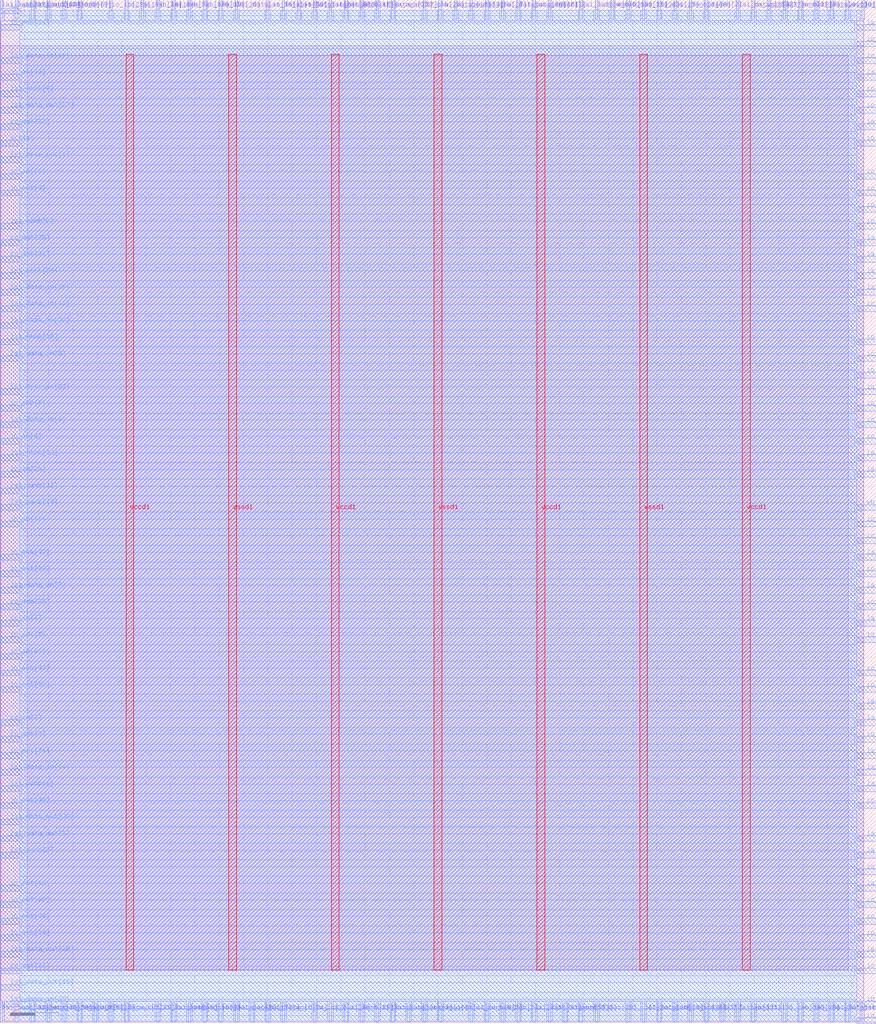
<source format=lef>
VERSION 5.7 ;
  NOWIREEXTENSIONATPIN ON ;
  DIVIDERCHAR "/" ;
  BUSBITCHARS "[]" ;
MACRO wrapped_rgb_mixer
  CLASS BLOCK ;
  FOREIGN wrapped_rgb_mixer ;
  ORIGIN 0.000 0.000 ;
  SIZE 180.000 BY 210.000 ;
  PIN active
    DIRECTION INPUT ;
    USE SIGNAL ;
    PORT
      LAYER met3 ;
        RECT 0.000 179.940 4.000 181.140 ;
    END
  END active
  PIN io_in[0]
    DIRECTION INPUT ;
    USE SIGNAL ;
    PORT
      LAYER met2 ;
        RECT 57.910 0.000 58.470 4.000 ;
    END
  END io_in[0]
  PIN io_in[10]
    DIRECTION INPUT ;
    USE SIGNAL ;
    PORT
      LAYER met2 ;
        RECT 93.330 206.000 93.890 210.000 ;
    END
  END io_in[10]
  PIN io_in[11]
    DIRECTION INPUT ;
    USE SIGNAL ;
    PORT
      LAYER met3 ;
        RECT 0.000 193.540 4.000 194.740 ;
    END
  END io_in[11]
  PIN io_in[12]
    DIRECTION INPUT ;
    USE SIGNAL ;
    PORT
      LAYER met3 ;
        RECT 176.000 179.940 180.000 181.140 ;
    END
  END io_in[12]
  PIN io_in[13]
    DIRECTION INPUT ;
    USE SIGNAL ;
    PORT
      LAYER met2 ;
        RECT 90.110 0.000 90.670 4.000 ;
    END
  END io_in[13]
  PIN io_in[14]
    DIRECTION INPUT ;
    USE SIGNAL ;
    PORT
      LAYER met2 ;
        RECT 57.910 206.000 58.470 210.000 ;
    END
  END io_in[14]
  PIN io_in[15]
    DIRECTION INPUT ;
    USE SIGNAL ;
    PORT
      LAYER met3 ;
        RECT 176.000 186.740 180.000 187.940 ;
    END
  END io_in[15]
  PIN io_in[16]
    DIRECTION INPUT ;
    USE SIGNAL ;
    PORT
      LAYER met3 ;
        RECT 176.000 30.340 180.000 31.540 ;
    END
  END io_in[16]
  PIN io_in[17]
    DIRECTION INPUT ;
    USE SIGNAL ;
    PORT
      LAYER met2 ;
        RECT 25.710 206.000 26.270 210.000 ;
    END
  END io_in[17]
  PIN io_in[18]
    DIRECTION INPUT ;
    USE SIGNAL ;
    PORT
      LAYER met2 ;
        RECT 32.150 206.000 32.710 210.000 ;
    END
  END io_in[18]
  PIN io_in[19]
    DIRECTION INPUT ;
    USE SIGNAL ;
    PORT
      LAYER met2 ;
        RECT 167.390 0.000 167.950 4.000 ;
    END
  END io_in[19]
  PIN io_in[1]
    DIRECTION INPUT ;
    USE SIGNAL ;
    PORT
      LAYER met3 ;
        RECT 0.000 60.940 4.000 62.140 ;
    END
  END io_in[1]
  PIN io_in[20]
    DIRECTION INPUT ;
    USE SIGNAL ;
    PORT
      LAYER met3 ;
        RECT 0.000 111.940 4.000 113.140 ;
    END
  END io_in[20]
  PIN io_in[21]
    DIRECTION INPUT ;
    USE SIGNAL ;
    PORT
      LAYER met3 ;
        RECT 0.000 74.540 4.000 75.740 ;
    END
  END io_in[21]
  PIN io_in[22]
    DIRECTION INPUT ;
    USE SIGNAL ;
    PORT
      LAYER met3 ;
        RECT 176.000 77.940 180.000 79.140 ;
    END
  END io_in[22]
  PIN io_in[23]
    DIRECTION INPUT ;
    USE SIGNAL ;
    PORT
      LAYER met2 ;
        RECT 22.490 206.000 23.050 210.000 ;
    END
  END io_in[23]
  PIN io_in[24]
    DIRECTION INPUT ;
    USE SIGNAL ;
    PORT
      LAYER met2 ;
        RECT 9.610 206.000 10.170 210.000 ;
    END
  END io_in[24]
  PIN io_in[25]
    DIRECTION INPUT ;
    USE SIGNAL ;
    PORT
      LAYER met2 ;
        RECT 144.850 0.000 145.410 4.000 ;
    END
  END io_in[25]
  PIN io_in[26]
    DIRECTION INPUT ;
    USE SIGNAL ;
    PORT
      LAYER met2 ;
        RECT 141.630 0.000 142.190 4.000 ;
    END
  END io_in[26]
  PIN io_in[27]
    DIRECTION INPUT ;
    USE SIGNAL ;
    PORT
      LAYER met3 ;
        RECT 176.000 57.540 180.000 58.740 ;
    END
  END io_in[27]
  PIN io_in[28]
    DIRECTION INPUT ;
    USE SIGNAL ;
    PORT
      LAYER met2 ;
        RECT 128.750 0.000 129.310 4.000 ;
    END
  END io_in[28]
  PIN io_in[29]
    DIRECTION INPUT ;
    USE SIGNAL ;
    PORT
      LAYER met2 ;
        RECT 177.050 206.000 177.610 210.000 ;
    END
  END io_in[29]
  PIN io_in[2]
    DIRECTION INPUT ;
    USE SIGNAL ;
    PORT
      LAYER met2 ;
        RECT 64.350 0.000 64.910 4.000 ;
    END
  END io_in[2]
  PIN io_in[30]
    DIRECTION INPUT ;
    USE SIGNAL ;
    PORT
      LAYER met3 ;
        RECT 176.000 91.540 180.000 92.740 ;
    END
  END io_in[30]
  PIN io_in[31]
    DIRECTION INPUT ;
    USE SIGNAL ;
    PORT
      LAYER met3 ;
        RECT 0.000 173.140 4.000 174.340 ;
    END
  END io_in[31]
  PIN io_in[32]
    DIRECTION INPUT ;
    USE SIGNAL ;
    PORT
      LAYER met2 ;
        RECT 119.090 0.000 119.650 4.000 ;
    END
  END io_in[32]
  PIN io_in[33]
    DIRECTION INPUT ;
    USE SIGNAL ;
    PORT
      LAYER met3 ;
        RECT 0.000 101.740 4.000 102.940 ;
    END
  END io_in[33]
  PIN io_in[34]
    DIRECTION INPUT ;
    USE SIGNAL ;
    PORT
      LAYER met2 ;
        RECT 131.970 206.000 132.530 210.000 ;
    END
  END io_in[34]
  PIN io_in[35]
    DIRECTION INPUT ;
    USE SIGNAL ;
    PORT
      LAYER met2 ;
        RECT 154.510 206.000 155.070 210.000 ;
    END
  END io_in[35]
  PIN io_in[36]
    DIRECTION INPUT ;
    USE SIGNAL ;
    PORT
      LAYER met3 ;
        RECT 176.000 135.740 180.000 136.940 ;
    END
  END io_in[36]
  PIN io_in[37]
    DIRECTION INPUT ;
    USE SIGNAL ;
    PORT
      LAYER met2 ;
        RECT 157.730 206.000 158.290 210.000 ;
    END
  END io_in[37]
  PIN io_in[3]
    DIRECTION INPUT ;
    USE SIGNAL ;
    PORT
      LAYER met2 ;
        RECT 96.550 206.000 97.110 210.000 ;
    END
  END io_in[3]
  PIN io_in[4]
    DIRECTION INPUT ;
    USE SIGNAL ;
    PORT
      LAYER met3 ;
        RECT 176.000 132.340 180.000 133.540 ;
    END
  END io_in[4]
  PIN io_in[5]
    DIRECTION INPUT ;
    USE SIGNAL ;
    PORT
      LAYER met3 ;
        RECT 176.000 200.340 180.000 201.540 ;
    END
  END io_in[5]
  PIN io_in[6]
    DIRECTION INPUT ;
    USE SIGNAL ;
    PORT
      LAYER met3 ;
        RECT 0.000 118.740 4.000 119.940 ;
    END
  END io_in[6]
  PIN io_in[7]
    DIRECTION INPUT ;
    USE SIGNAL ;
    PORT
      LAYER met3 ;
        RECT 0.000 81.340 4.000 82.540 ;
    END
  END io_in[7]
  PIN io_in[8]
    DIRECTION INPUT ;
    USE SIGNAL ;
    PORT
      LAYER met3 ;
        RECT 176.000 145.940 180.000 147.140 ;
    END
  END io_in[8]
  PIN io_in[9]
    DIRECTION INPUT ;
    USE SIGNAL ;
    PORT
      LAYER met2 ;
        RECT 16.050 206.000 16.610 210.000 ;
    END
  END io_in[9]
  PIN io_oeb[0]
    DIRECTION OUTPUT TRISTATE ;
    USE SIGNAL ;
    PORT
      LAYER met2 ;
        RECT 102.990 0.000 103.550 4.000 ;
    END
  END io_oeb[0]
  PIN io_oeb[10]
    DIRECTION OUTPUT TRISTATE ;
    USE SIGNAL ;
    PORT
      LAYER met3 ;
        RECT 0.000 67.740 4.000 68.940 ;
    END
  END io_oeb[10]
  PIN io_oeb[11]
    DIRECTION OUTPUT TRISTATE ;
    USE SIGNAL ;
    PORT
      LAYER met3 ;
        RECT 176.000 125.540 180.000 126.740 ;
    END
  END io_oeb[11]
  PIN io_oeb[12]
    DIRECTION OUTPUT TRISTATE ;
    USE SIGNAL ;
    PORT
      LAYER met3 ;
        RECT 176.000 71.140 180.000 72.340 ;
    END
  END io_oeb[12]
  PIN io_oeb[13]
    DIRECTION OUTPUT TRISTATE ;
    USE SIGNAL ;
    PORT
      LAYER met3 ;
        RECT 176.000 67.740 180.000 68.940 ;
    END
  END io_oeb[13]
  PIN io_oeb[14]
    DIRECTION OUTPUT TRISTATE ;
    USE SIGNAL ;
    PORT
      LAYER met3 ;
        RECT 0.000 16.740 4.000 17.940 ;
    END
  END io_oeb[14]
  PIN io_oeb[15]
    DIRECTION OUTPUT TRISTATE ;
    USE SIGNAL ;
    PORT
      LAYER met2 ;
        RECT 38.590 206.000 39.150 210.000 ;
    END
  END io_oeb[15]
  PIN io_oeb[16]
    DIRECTION OUTPUT TRISTATE ;
    USE SIGNAL ;
    PORT
      LAYER met3 ;
        RECT 176.000 23.540 180.000 24.740 ;
    END
  END io_oeb[16]
  PIN io_oeb[17]
    DIRECTION OUTPUT TRISTATE ;
    USE SIGNAL ;
    PORT
      LAYER met2 ;
        RECT 51.470 0.000 52.030 4.000 ;
    END
  END io_oeb[17]
  PIN io_oeb[18]
    DIRECTION OUTPUT TRISTATE ;
    USE SIGNAL ;
    PORT
      LAYER met2 ;
        RECT 125.530 206.000 126.090 210.000 ;
    END
  END io_oeb[18]
  PIN io_oeb[19]
    DIRECTION OUTPUT TRISTATE ;
    USE SIGNAL ;
    PORT
      LAYER met2 ;
        RECT 41.810 206.000 42.370 210.000 ;
    END
  END io_oeb[19]
  PIN io_oeb[1]
    DIRECTION OUTPUT TRISTATE ;
    USE SIGNAL ;
    PORT
      LAYER met2 ;
        RECT 151.290 0.000 151.850 4.000 ;
    END
  END io_oeb[1]
  PIN io_oeb[20]
    DIRECTION OUTPUT TRISTATE ;
    USE SIGNAL ;
    PORT
      LAYER met3 ;
        RECT 176.000 98.340 180.000 99.540 ;
    END
  END io_oeb[20]
  PIN io_oeb[21]
    DIRECTION OUTPUT TRISTATE ;
    USE SIGNAL ;
    PORT
      LAYER met3 ;
        RECT 0.000 203.740 4.000 204.940 ;
    END
  END io_oeb[21]
  PIN io_oeb[22]
    DIRECTION OUTPUT TRISTATE ;
    USE SIGNAL ;
    PORT
      LAYER met2 ;
        RECT 19.270 0.000 19.830 4.000 ;
    END
  END io_oeb[22]
  PIN io_oeb[23]
    DIRECTION OUTPUT TRISTATE ;
    USE SIGNAL ;
    PORT
      LAYER met2 ;
        RECT 80.450 206.000 81.010 210.000 ;
    END
  END io_oeb[23]
  PIN io_oeb[24]
    DIRECTION OUTPUT TRISTATE ;
    USE SIGNAL ;
    PORT
      LAYER met2 ;
        RECT 86.890 206.000 87.450 210.000 ;
    END
  END io_oeb[24]
  PIN io_oeb[25]
    DIRECTION OUTPUT TRISTATE ;
    USE SIGNAL ;
    PORT
      LAYER met3 ;
        RECT 176.000 3.140 180.000 4.340 ;
    END
  END io_oeb[25]
  PIN io_oeb[26]
    DIRECTION OUTPUT TRISTATE ;
    USE SIGNAL ;
    PORT
      LAYER met3 ;
        RECT 176.000 166.340 180.000 167.540 ;
    END
  END io_oeb[26]
  PIN io_oeb[27]
    DIRECTION OUTPUT TRISTATE ;
    USE SIGNAL ;
    PORT
      LAYER met2 ;
        RECT 99.770 206.000 100.330 210.000 ;
    END
  END io_oeb[27]
  PIN io_oeb[28]
    DIRECTION OUTPUT TRISTATE ;
    USE SIGNAL ;
    PORT
      LAYER met2 ;
        RECT 164.170 0.000 164.730 4.000 ;
    END
  END io_oeb[28]
  PIN io_oeb[29]
    DIRECTION OUTPUT TRISTATE ;
    USE SIGNAL ;
    PORT
      LAYER met3 ;
        RECT 176.000 139.140 180.000 140.340 ;
    END
  END io_oeb[29]
  PIN io_oeb[2]
    DIRECTION OUTPUT TRISTATE ;
    USE SIGNAL ;
    PORT
      LAYER met2 ;
        RECT 144.850 206.000 145.410 210.000 ;
    END
  END io_oeb[2]
  PIN io_oeb[30]
    DIRECTION OUTPUT TRISTATE ;
    USE SIGNAL ;
    PORT
      LAYER met3 ;
        RECT 0.000 207.140 4.000 208.340 ;
    END
  END io_oeb[30]
  PIN io_oeb[31]
    DIRECTION OUTPUT TRISTATE ;
    USE SIGNAL ;
    PORT
      LAYER met2 ;
        RECT 160.950 0.000 161.510 4.000 ;
    END
  END io_oeb[31]
  PIN io_oeb[32]
    DIRECTION OUTPUT TRISTATE ;
    USE SIGNAL ;
    PORT
      LAYER met3 ;
        RECT 0.000 94.940 4.000 96.140 ;
    END
  END io_oeb[32]
  PIN io_oeb[33]
    DIRECTION OUTPUT TRISTATE ;
    USE SIGNAL ;
    PORT
      LAYER met3 ;
        RECT 176.000 9.940 180.000 11.140 ;
    END
  END io_oeb[33]
  PIN io_oeb[34]
    DIRECTION OUTPUT TRISTATE ;
    USE SIGNAL ;
    PORT
      LAYER met2 ;
        RECT 28.930 206.000 29.490 210.000 ;
    END
  END io_oeb[34]
  PIN io_oeb[35]
    DIRECTION OUTPUT TRISTATE ;
    USE SIGNAL ;
    PORT
      LAYER met3 ;
        RECT 0.000 84.740 4.000 85.940 ;
    END
  END io_oeb[35]
  PIN io_oeb[36]
    DIRECTION OUTPUT TRISTATE ;
    USE SIGNAL ;
    PORT
      LAYER met3 ;
        RECT 0.000 43.940 4.000 45.140 ;
    END
  END io_oeb[36]
  PIN io_oeb[37]
    DIRECTION OUTPUT TRISTATE ;
    USE SIGNAL ;
    PORT
      LAYER met3 ;
        RECT 0.000 71.140 4.000 72.340 ;
    END
  END io_oeb[37]
  PIN io_oeb[3]
    DIRECTION OUTPUT TRISTATE ;
    USE SIGNAL ;
    PORT
      LAYER met2 ;
        RECT 99.770 0.000 100.330 4.000 ;
    END
  END io_oeb[3]
  PIN io_oeb[4]
    DIRECTION OUTPUT TRISTATE ;
    USE SIGNAL ;
    PORT
      LAYER met3 ;
        RECT 176.000 16.740 180.000 17.940 ;
    END
  END io_oeb[4]
  PIN io_oeb[5]
    DIRECTION OUTPUT TRISTATE ;
    USE SIGNAL ;
    PORT
      LAYER met3 ;
        RECT 0.000 125.540 4.000 126.740 ;
    END
  END io_oeb[5]
  PIN io_oeb[6]
    DIRECTION OUTPUT TRISTATE ;
    USE SIGNAL ;
    PORT
      LAYER met3 ;
        RECT 176.000 84.740 180.000 85.940 ;
    END
  END io_oeb[6]
  PIN io_oeb[7]
    DIRECTION OUTPUT TRISTATE ;
    USE SIGNAL ;
    PORT
      LAYER met2 ;
        RECT 35.370 206.000 35.930 210.000 ;
    END
  END io_oeb[7]
  PIN io_oeb[8]
    DIRECTION OUTPUT TRISTATE ;
    USE SIGNAL ;
    PORT
      LAYER met2 ;
        RECT 16.050 0.000 16.610 4.000 ;
    END
  END io_oeb[8]
  PIN io_oeb[9]
    DIRECTION OUTPUT TRISTATE ;
    USE SIGNAL ;
    PORT
      LAYER met2 ;
        RECT 41.810 0.000 42.370 4.000 ;
    END
  END io_oeb[9]
  PIN io_out[0]
    DIRECTION OUTPUT TRISTATE ;
    USE SIGNAL ;
    PORT
      LAYER met3 ;
        RECT 176.000 196.940 180.000 198.140 ;
    END
  END io_out[0]
  PIN io_out[10]
    DIRECTION OUTPUT TRISTATE ;
    USE SIGNAL ;
    PORT
      LAYER met3 ;
        RECT 176.000 122.140 180.000 123.340 ;
    END
  END io_out[10]
  PIN io_out[11]
    DIRECTION OUTPUT TRISTATE ;
    USE SIGNAL ;
    PORT
      LAYER met3 ;
        RECT 0.000 9.940 4.000 11.140 ;
    END
  END io_out[11]
  PIN io_out[12]
    DIRECTION OUTPUT TRISTATE ;
    USE SIGNAL ;
    PORT
      LAYER met3 ;
        RECT 0.000 26.940 4.000 28.140 ;
    END
  END io_out[12]
  PIN io_out[13]
    DIRECTION OUTPUT TRISTATE ;
    USE SIGNAL ;
    PORT
      LAYER met2 ;
        RECT 154.510 0.000 155.070 4.000 ;
    END
  END io_out[13]
  PIN io_out[14]
    DIRECTION OUTPUT TRISTATE ;
    USE SIGNAL ;
    PORT
      LAYER met3 ;
        RECT 176.000 169.740 180.000 170.940 ;
    END
  END io_out[14]
  PIN io_out[15]
    DIRECTION OUTPUT TRISTATE ;
    USE SIGNAL ;
    PORT
      LAYER met3 ;
        RECT 0.000 159.540 4.000 160.740 ;
    END
  END io_out[15]
  PIN io_out[16]
    DIRECTION OUTPUT TRISTATE ;
    USE SIGNAL ;
    PORT
      LAYER met3 ;
        RECT 176.000 118.740 180.000 119.940 ;
    END
  END io_out[16]
  PIN io_out[17]
    DIRECTION OUTPUT TRISTATE ;
    USE SIGNAL ;
    PORT
      LAYER met2 ;
        RECT 164.170 206.000 164.730 210.000 ;
    END
  END io_out[17]
  PIN io_out[18]
    DIRECTION OUTPUT TRISTATE ;
    USE SIGNAL ;
    PORT
      LAYER met3 ;
        RECT 176.000 -0.260 180.000 0.940 ;
    END
  END io_out[18]
  PIN io_out[19]
    DIRECTION OUTPUT TRISTATE ;
    USE SIGNAL ;
    PORT
      LAYER met3 ;
        RECT 0.000 91.540 4.000 92.740 ;
    END
  END io_out[19]
  PIN io_out[1]
    DIRECTION OUTPUT TRISTATE ;
    USE SIGNAL ;
    PORT
      LAYER met2 ;
        RECT 112.650 206.000 113.210 210.000 ;
    END
  END io_out[1]
  PIN io_out[20]
    DIRECTION OUTPUT TRISTATE ;
    USE SIGNAL ;
    PORT
      LAYER met2 ;
        RECT 141.630 206.000 142.190 210.000 ;
    END
  END io_out[20]
  PIN io_out[21]
    DIRECTION OUTPUT TRISTATE ;
    USE SIGNAL ;
    PORT
      LAYER met3 ;
        RECT 0.000 156.140 4.000 157.340 ;
    END
  END io_out[21]
  PIN io_out[22]
    DIRECTION OUTPUT TRISTATE ;
    USE SIGNAL ;
    PORT
      LAYER met2 ;
        RECT 122.310 0.000 122.870 4.000 ;
    END
  END io_out[22]
  PIN io_out[23]
    DIRECTION OUTPUT TRISTATE ;
    USE SIGNAL ;
    PORT
      LAYER met3 ;
        RECT 176.000 101.740 180.000 102.940 ;
    END
  END io_out[23]
  PIN io_out[24]
    DIRECTION OUTPUT TRISTATE ;
    USE SIGNAL ;
    PORT
      LAYER met2 ;
        RECT 106.210 0.000 106.770 4.000 ;
    END
  END io_out[24]
  PIN io_out[25]
    DIRECTION OUTPUT TRISTATE ;
    USE SIGNAL ;
    PORT
      LAYER met2 ;
        RECT 128.750 206.000 129.310 210.000 ;
    END
  END io_out[25]
  PIN io_out[26]
    DIRECTION OUTPUT TRISTATE ;
    USE SIGNAL ;
    PORT
      LAYER met3 ;
        RECT 0.000 20.140 4.000 21.340 ;
    END
  END io_out[26]
  PIN io_out[27]
    DIRECTION OUTPUT TRISTATE ;
    USE SIGNAL ;
    PORT
      LAYER met2 ;
        RECT 135.190 206.000 135.750 210.000 ;
    END
  END io_out[27]
  PIN io_out[28]
    DIRECTION OUTPUT TRISTATE ;
    USE SIGNAL ;
    PORT
      LAYER met2 ;
        RECT 67.570 0.000 68.130 4.000 ;
    END
  END io_out[28]
  PIN io_out[29]
    DIRECTION OUTPUT TRISTATE ;
    USE SIGNAL ;
    PORT
      LAYER met3 ;
        RECT 176.000 20.140 180.000 21.340 ;
    END
  END io_out[29]
  PIN io_out[2]
    DIRECTION OUTPUT TRISTATE ;
    USE SIGNAL ;
    PORT
      LAYER met2 ;
        RECT 25.710 0.000 26.270 4.000 ;
    END
  END io_out[2]
  PIN io_out[30]
    DIRECTION OUTPUT TRISTATE ;
    USE SIGNAL ;
    PORT
      LAYER met3 ;
        RECT 0.000 23.540 4.000 24.740 ;
    END
  END io_out[30]
  PIN io_out[31]
    DIRECTION OUTPUT TRISTATE ;
    USE SIGNAL ;
    PORT
      LAYER met3 ;
        RECT 0.000 54.140 4.000 55.340 ;
    END
  END io_out[31]
  PIN io_out[32]
    DIRECTION OUTPUT TRISTATE ;
    USE SIGNAL ;
    PORT
      LAYER met3 ;
        RECT 0.000 183.340 4.000 184.540 ;
    END
  END io_out[32]
  PIN io_out[33]
    DIRECTION OUTPUT TRISTATE ;
    USE SIGNAL ;
    PORT
      LAYER met3 ;
        RECT 176.000 43.940 180.000 45.140 ;
    END
  END io_out[33]
  PIN io_out[34]
    DIRECTION OUTPUT TRISTATE ;
    USE SIGNAL ;
    PORT
      LAYER met3 ;
        RECT 176.000 173.140 180.000 174.340 ;
    END
  END io_out[34]
  PIN io_out[35]
    DIRECTION OUTPUT TRISTATE ;
    USE SIGNAL ;
    PORT
      LAYER met3 ;
        RECT 176.000 162.940 180.000 164.140 ;
    END
  END io_out[35]
  PIN io_out[36]
    DIRECTION OUTPUT TRISTATE ;
    USE SIGNAL ;
    PORT
      LAYER met2 ;
        RECT 45.030 206.000 45.590 210.000 ;
    END
  END io_out[36]
  PIN io_out[37]
    DIRECTION OUTPUT TRISTATE ;
    USE SIGNAL ;
    PORT
      LAYER met3 ;
        RECT 176.000 190.140 180.000 191.340 ;
    END
  END io_out[37]
  PIN io_out[3]
    DIRECTION OUTPUT TRISTATE ;
    USE SIGNAL ;
    PORT
      LAYER met3 ;
        RECT 0.000 169.740 4.000 170.940 ;
    END
  END io_out[3]
  PIN io_out[4]
    DIRECTION OUTPUT TRISTATE ;
    USE SIGNAL ;
    PORT
      LAYER met3 ;
        RECT 176.000 128.940 180.000 130.140 ;
    END
  END io_out[4]
  PIN io_out[5]
    DIRECTION OUTPUT TRISTATE ;
    USE SIGNAL ;
    PORT
      LAYER met2 ;
        RECT 74.010 206.000 74.570 210.000 ;
    END
  END io_out[5]
  PIN io_out[6]
    DIRECTION OUTPUT TRISTATE ;
    USE SIGNAL ;
    PORT
      LAYER met2 ;
        RECT 170.610 206.000 171.170 210.000 ;
    END
  END io_out[6]
  PIN io_out[7]
    DIRECTION OUTPUT TRISTATE ;
    USE SIGNAL ;
    PORT
      LAYER met3 ;
        RECT 0.000 77.940 4.000 79.140 ;
    END
  END io_out[7]
  PIN io_out[8]
    DIRECTION OUTPUT TRISTATE ;
    USE SIGNAL ;
    PORT
      LAYER met2 ;
        RECT 74.010 0.000 74.570 4.000 ;
    END
  END io_out[8]
  PIN io_out[9]
    DIRECTION OUTPUT TRISTATE ;
    USE SIGNAL ;
    PORT
      LAYER met3 ;
        RECT 0.000 57.540 4.000 58.740 ;
    END
  END io_out[9]
  PIN la1_data_in[0]
    DIRECTION INPUT ;
    USE SIGNAL ;
    PORT
      LAYER met3 ;
        RECT 176.000 47.340 180.000 48.540 ;
    END
  END la1_data_in[0]
  PIN la1_data_in[10]
    DIRECTION INPUT ;
    USE SIGNAL ;
    PORT
      LAYER met2 ;
        RECT 83.670 0.000 84.230 4.000 ;
    END
  END la1_data_in[10]
  PIN la1_data_in[11]
    DIRECTION INPUT ;
    USE SIGNAL ;
    PORT
      LAYER met3 ;
        RECT 176.000 37.140 180.000 38.340 ;
    END
  END la1_data_in[11]
  PIN la1_data_in[12]
    DIRECTION INPUT ;
    USE SIGNAL ;
    PORT
      LAYER met3 ;
        RECT 0.000 145.940 4.000 147.140 ;
    END
  END la1_data_in[12]
  PIN la1_data_in[13]
    DIRECTION INPUT ;
    USE SIGNAL ;
    PORT
      LAYER met2 ;
        RECT 131.970 0.000 132.530 4.000 ;
    END
  END la1_data_in[13]
  PIN la1_data_in[14]
    DIRECTION INPUT ;
    USE SIGNAL ;
    PORT
      LAYER met3 ;
        RECT 0.000 50.740 4.000 51.940 ;
    END
  END la1_data_in[14]
  PIN la1_data_in[15]
    DIRECTION INPUT ;
    USE SIGNAL ;
    PORT
      LAYER met2 ;
        RECT 48.250 206.000 48.810 210.000 ;
    END
  END la1_data_in[15]
  PIN la1_data_in[16]
    DIRECTION INPUT ;
    USE SIGNAL ;
    PORT
      LAYER met2 ;
        RECT 106.210 206.000 106.770 210.000 ;
    END
  END la1_data_in[16]
  PIN la1_data_in[17]
    DIRECTION INPUT ;
    USE SIGNAL ;
    PORT
      LAYER met2 ;
        RECT 77.230 206.000 77.790 210.000 ;
    END
  END la1_data_in[17]
  PIN la1_data_in[18]
    DIRECTION INPUT ;
    USE SIGNAL ;
    PORT
      LAYER met2 ;
        RECT 170.610 0.000 171.170 4.000 ;
    END
  END la1_data_in[18]
  PIN la1_data_in[19]
    DIRECTION INPUT ;
    USE SIGNAL ;
    PORT
      LAYER met2 ;
        RECT 54.690 206.000 55.250 210.000 ;
    END
  END la1_data_in[19]
  PIN la1_data_in[1]
    DIRECTION INPUT ;
    USE SIGNAL ;
    PORT
      LAYER met2 ;
        RECT 77.230 0.000 77.790 4.000 ;
    END
  END la1_data_in[1]
  PIN la1_data_in[20]
    DIRECTION INPUT ;
    USE SIGNAL ;
    PORT
      LAYER met3 ;
        RECT 0.000 142.540 4.000 143.740 ;
    END
  END la1_data_in[20]
  PIN la1_data_in[21]
    DIRECTION INPUT ;
    USE SIGNAL ;
    PORT
      LAYER met2 ;
        RECT 173.830 206.000 174.390 210.000 ;
    END
  END la1_data_in[21]
  PIN la1_data_in[22]
    DIRECTION INPUT ;
    USE SIGNAL ;
    PORT
      LAYER met3 ;
        RECT 176.000 50.740 180.000 51.940 ;
    END
  END la1_data_in[22]
  PIN la1_data_in[23]
    DIRECTION INPUT ;
    USE SIGNAL ;
    PORT
      LAYER met3 ;
        RECT 0.000 3.140 4.000 4.340 ;
    END
  END la1_data_in[23]
  PIN la1_data_in[24]
    DIRECTION INPUT ;
    USE SIGNAL ;
    PORT
      LAYER met2 ;
        RECT 54.690 0.000 55.250 4.000 ;
    END
  END la1_data_in[24]
  PIN la1_data_in[25]
    DIRECTION INPUT ;
    USE SIGNAL ;
    PORT
      LAYER met3 ;
        RECT 0.000 149.340 4.000 150.540 ;
    END
  END la1_data_in[25]
  PIN la1_data_in[26]
    DIRECTION INPUT ;
    USE SIGNAL ;
    PORT
      LAYER met3 ;
        RECT 176.000 26.940 180.000 28.140 ;
    END
  END la1_data_in[26]
  PIN la1_data_in[27]
    DIRECTION INPUT ;
    USE SIGNAL ;
    PORT
      LAYER met2 ;
        RECT 112.650 0.000 113.210 4.000 ;
    END
  END la1_data_in[27]
  PIN la1_data_in[28]
    DIRECTION INPUT ;
    USE SIGNAL ;
    PORT
      LAYER met3 ;
        RECT 0.000 128.940 4.000 130.140 ;
    END
  END la1_data_in[28]
  PIN la1_data_in[29]
    DIRECTION INPUT ;
    USE SIGNAL ;
    PORT
      LAYER met3 ;
        RECT 0.000 196.940 4.000 198.140 ;
    END
  END la1_data_in[29]
  PIN la1_data_in[2]
    DIRECTION INPUT ;
    USE SIGNAL ;
    PORT
      LAYER met2 ;
        RECT 45.030 0.000 45.590 4.000 ;
    END
  END la1_data_in[2]
  PIN la1_data_in[30]
    DIRECTION INPUT ;
    USE SIGNAL ;
    PORT
      LAYER met2 ;
        RECT 6.390 0.000 6.950 4.000 ;
    END
  END la1_data_in[30]
  PIN la1_data_in[31]
    DIRECTION INPUT ;
    USE SIGNAL ;
    PORT
      LAYER met2 ;
        RECT 148.070 0.000 148.630 4.000 ;
    END
  END la1_data_in[31]
  PIN la1_data_in[3]
    DIRECTION INPUT ;
    USE SIGNAL ;
    PORT
      LAYER met3 ;
        RECT 0.000 122.140 4.000 123.340 ;
    END
  END la1_data_in[3]
  PIN la1_data_in[4]
    DIRECTION INPUT ;
    USE SIGNAL ;
    PORT
      LAYER met2 ;
        RECT 151.290 206.000 151.850 210.000 ;
    END
  END la1_data_in[4]
  PIN la1_data_in[5]
    DIRECTION INPUT ;
    USE SIGNAL ;
    PORT
      LAYER met3 ;
        RECT 176.000 111.940 180.000 113.140 ;
    END
  END la1_data_in[5]
  PIN la1_data_in[6]
    DIRECTION INPUT ;
    USE SIGNAL ;
    PORT
      LAYER met2 ;
        RECT 61.130 206.000 61.690 210.000 ;
    END
  END la1_data_in[6]
  PIN la1_data_in[7]
    DIRECTION INPUT ;
    USE SIGNAL ;
    PORT
      LAYER met3 ;
        RECT 0.000 88.140 4.000 89.340 ;
    END
  END la1_data_in[7]
  PIN la1_data_in[8]
    DIRECTION INPUT ;
    USE SIGNAL ;
    PORT
      LAYER met2 ;
        RECT 64.350 206.000 64.910 210.000 ;
    END
  END la1_data_in[8]
  PIN la1_data_in[9]
    DIRECTION INPUT ;
    USE SIGNAL ;
    PORT
      LAYER met3 ;
        RECT 0.000 135.740 4.000 136.940 ;
    END
  END la1_data_in[9]
  PIN la1_data_out[0]
    DIRECTION OUTPUT TRISTATE ;
    USE SIGNAL ;
    PORT
      LAYER met2 ;
        RECT 32.150 0.000 32.710 4.000 ;
    END
  END la1_data_out[0]
  PIN la1_data_out[10]
    DIRECTION OUTPUT TRISTATE ;
    USE SIGNAL ;
    PORT
      LAYER met3 ;
        RECT 176.000 60.940 180.000 62.140 ;
    END
  END la1_data_out[10]
  PIN la1_data_out[11]
    DIRECTION OUTPUT TRISTATE ;
    USE SIGNAL ;
    PORT
      LAYER met2 ;
        RECT 86.890 0.000 87.450 4.000 ;
    END
  END la1_data_out[11]
  PIN la1_data_out[12]
    DIRECTION OUTPUT TRISTATE ;
    USE SIGNAL ;
    PORT
      LAYER met3 ;
        RECT 176.000 193.540 180.000 194.740 ;
    END
  END la1_data_out[12]
  PIN la1_data_out[13]
    DIRECTION OUTPUT TRISTATE ;
    USE SIGNAL ;
    PORT
      LAYER met2 ;
        RECT 3.170 206.000 3.730 210.000 ;
    END
  END la1_data_out[13]
  PIN la1_data_out[14]
    DIRECTION OUTPUT TRISTATE ;
    USE SIGNAL ;
    PORT
      LAYER met2 ;
        RECT 90.110 206.000 90.670 210.000 ;
    END
  END la1_data_out[14]
  PIN la1_data_out[15]
    DIRECTION OUTPUT TRISTATE ;
    USE SIGNAL ;
    PORT
      LAYER met3 ;
        RECT 0.000 6.540 4.000 7.740 ;
    END
  END la1_data_out[15]
  PIN la1_data_out[16]
    DIRECTION OUTPUT TRISTATE ;
    USE SIGNAL ;
    PORT
      LAYER met3 ;
        RECT 176.000 81.340 180.000 82.540 ;
    END
  END la1_data_out[16]
  PIN la1_data_out[17]
    DIRECTION OUTPUT TRISTATE ;
    USE SIGNAL ;
    PORT
      LAYER met3 ;
        RECT 176.000 156.140 180.000 157.340 ;
    END
  END la1_data_out[17]
  PIN la1_data_out[18]
    DIRECTION OUTPUT TRISTATE ;
    USE SIGNAL ;
    PORT
      LAYER met2 ;
        RECT 6.390 206.000 6.950 210.000 ;
    END
  END la1_data_out[18]
  PIN la1_data_out[19]
    DIRECTION OUTPUT TRISTATE ;
    USE SIGNAL ;
    PORT
      LAYER met3 ;
        RECT 176.000 115.340 180.000 116.540 ;
    END
  END la1_data_out[19]
  PIN la1_data_out[1]
    DIRECTION OUTPUT TRISTATE ;
    USE SIGNAL ;
    PORT
      LAYER met3 ;
        RECT 0.000 176.540 4.000 177.740 ;
    END
  END la1_data_out[1]
  PIN la1_data_out[20]
    DIRECTION OUTPUT TRISTATE ;
    USE SIGNAL ;
    PORT
      LAYER met3 ;
        RECT 0.000 40.540 4.000 41.740 ;
    END
  END la1_data_out[20]
  PIN la1_data_out[21]
    DIRECTION OUTPUT TRISTATE ;
    USE SIGNAL ;
    PORT
      LAYER met3 ;
        RECT 176.000 183.340 180.000 184.540 ;
    END
  END la1_data_out[21]
  PIN la1_data_out[22]
    DIRECTION OUTPUT TRISTATE ;
    USE SIGNAL ;
    PORT
      LAYER met2 ;
        RECT 102.990 206.000 103.550 210.000 ;
    END
  END la1_data_out[22]
  PIN la1_data_out[23]
    DIRECTION OUTPUT TRISTATE ;
    USE SIGNAL ;
    PORT
      LAYER met2 ;
        RECT 48.250 0.000 48.810 4.000 ;
    END
  END la1_data_out[23]
  PIN la1_data_out[24]
    DIRECTION OUTPUT TRISTATE ;
    USE SIGNAL ;
    PORT
      LAYER met3 ;
        RECT 176.000 88.140 180.000 89.340 ;
    END
  END la1_data_out[24]
  PIN la1_data_out[25]
    DIRECTION OUTPUT TRISTATE ;
    USE SIGNAL ;
    PORT
      LAYER met3 ;
        RECT 0.000 13.340 4.000 14.540 ;
    END
  END la1_data_out[25]
  PIN la1_data_out[26]
    DIRECTION OUTPUT TRISTATE ;
    USE SIGNAL ;
    PORT
      LAYER met3 ;
        RECT 176.000 33.740 180.000 34.940 ;
    END
  END la1_data_out[26]
  PIN la1_data_out[27]
    DIRECTION OUTPUT TRISTATE ;
    USE SIGNAL ;
    PORT
      LAYER met3 ;
        RECT 0.000 186.740 4.000 187.940 ;
    END
  END la1_data_out[27]
  PIN la1_data_out[28]
    DIRECTION OUTPUT TRISTATE ;
    USE SIGNAL ;
    PORT
      LAYER met2 ;
        RECT 173.830 0.000 174.390 4.000 ;
    END
  END la1_data_out[28]
  PIN la1_data_out[29]
    DIRECTION OUTPUT TRISTATE ;
    USE SIGNAL ;
    PORT
      LAYER met2 ;
        RECT 22.490 0.000 23.050 4.000 ;
    END
  END la1_data_out[29]
  PIN la1_data_out[2]
    DIRECTION OUTPUT TRISTATE ;
    USE SIGNAL ;
    PORT
      LAYER met2 ;
        RECT 80.450 0.000 81.010 4.000 ;
    END
  END la1_data_out[2]
  PIN la1_data_out[30]
    DIRECTION OUTPUT TRISTATE ;
    USE SIGNAL ;
    PORT
      LAYER met3 ;
        RECT 176.000 64.340 180.000 65.540 ;
    END
  END la1_data_out[30]
  PIN la1_data_out[31]
    DIRECTION OUTPUT TRISTATE ;
    USE SIGNAL ;
    PORT
      LAYER met3 ;
        RECT 176.000 203.740 180.000 204.940 ;
    END
  END la1_data_out[31]
  PIN la1_data_out[3]
    DIRECTION OUTPUT TRISTATE ;
    USE SIGNAL ;
    PORT
      LAYER met3 ;
        RECT 0.000 37.140 4.000 38.340 ;
    END
  END la1_data_out[3]
  PIN la1_data_out[4]
    DIRECTION OUTPUT TRISTATE ;
    USE SIGNAL ;
    PORT
      LAYER met2 ;
        RECT 177.050 0.000 177.610 4.000 ;
    END
  END la1_data_out[4]
  PIN la1_data_out[5]
    DIRECTION OUTPUT TRISTATE ;
    USE SIGNAL ;
    PORT
      LAYER met2 ;
        RECT 12.830 0.000 13.390 4.000 ;
    END
  END la1_data_out[5]
  PIN la1_data_out[6]
    DIRECTION OUTPUT TRISTATE ;
    USE SIGNAL ;
    PORT
      LAYER met3 ;
        RECT 176.000 94.940 180.000 96.140 ;
    END
  END la1_data_out[6]
  PIN la1_data_out[7]
    DIRECTION OUTPUT TRISTATE ;
    USE SIGNAL ;
    PORT
      LAYER met2 ;
        RECT 3.170 0.000 3.730 4.000 ;
    END
  END la1_data_out[7]
  PIN la1_data_out[8]
    DIRECTION OUTPUT TRISTATE ;
    USE SIGNAL ;
    PORT
      LAYER met3 ;
        RECT 176.000 159.540 180.000 160.740 ;
    END
  END la1_data_out[8]
  PIN la1_data_out[9]
    DIRECTION OUTPUT TRISTATE ;
    USE SIGNAL ;
    PORT
      LAYER met2 ;
        RECT 167.390 206.000 167.950 210.000 ;
    END
  END la1_data_out[9]
  PIN la1_oenb[0]
    DIRECTION INPUT ;
    USE SIGNAL ;
    PORT
      LAYER met3 ;
        RECT 176.000 13.340 180.000 14.540 ;
    END
  END la1_oenb[0]
  PIN la1_oenb[10]
    DIRECTION INPUT ;
    USE SIGNAL ;
    PORT
      LAYER met2 ;
        RECT 160.950 206.000 161.510 210.000 ;
    END
  END la1_oenb[10]
  PIN la1_oenb[11]
    DIRECTION INPUT ;
    USE SIGNAL ;
    PORT
      LAYER met3 ;
        RECT 0.000 108.540 4.000 109.740 ;
    END
  END la1_oenb[11]
  PIN la1_oenb[12]
    DIRECTION INPUT ;
    USE SIGNAL ;
    PORT
      LAYER met3 ;
        RECT 0.000 115.340 4.000 116.540 ;
    END
  END la1_oenb[12]
  PIN la1_oenb[13]
    DIRECTION INPUT ;
    USE SIGNAL ;
    PORT
      LAYER met2 ;
        RECT 115.870 0.000 116.430 4.000 ;
    END
  END la1_oenb[13]
  PIN la1_oenb[14]
    DIRECTION INPUT ;
    USE SIGNAL ;
    PORT
      LAYER met2 ;
        RECT -0.050 0.000 0.510 4.000 ;
    END
  END la1_oenb[14]
  PIN la1_oenb[15]
    DIRECTION INPUT ;
    USE SIGNAL ;
    PORT
      LAYER met2 ;
        RECT 138.410 0.000 138.970 4.000 ;
    END
  END la1_oenb[15]
  PIN la1_oenb[16]
    DIRECTION INPUT ;
    USE SIGNAL ;
    PORT
      LAYER met3 ;
        RECT 0.000 139.140 4.000 140.340 ;
    END
  END la1_oenb[16]
  PIN la1_oenb[17]
    DIRECTION INPUT ;
    USE SIGNAL ;
    PORT
      LAYER met2 ;
        RECT -0.050 206.000 0.510 210.000 ;
    END
  END la1_oenb[17]
  PIN la1_oenb[18]
    DIRECTION INPUT ;
    USE SIGNAL ;
    PORT
      LAYER met2 ;
        RECT 70.790 206.000 71.350 210.000 ;
    END
  END la1_oenb[18]
  PIN la1_oenb[19]
    DIRECTION INPUT ;
    USE SIGNAL ;
    PORT
      LAYER met3 ;
        RECT 0.000 105.140 4.000 106.340 ;
    END
  END la1_oenb[19]
  PIN la1_oenb[1]
    DIRECTION INPUT ;
    USE SIGNAL ;
    PORT
      LAYER met2 ;
        RECT 35.370 0.000 35.930 4.000 ;
    END
  END la1_oenb[1]
  PIN la1_oenb[20]
    DIRECTION INPUT ;
    USE SIGNAL ;
    PORT
      LAYER met2 ;
        RECT 9.610 0.000 10.170 4.000 ;
    END
  END la1_oenb[20]
  PIN la1_oenb[21]
    DIRECTION INPUT ;
    USE SIGNAL ;
    PORT
      LAYER met2 ;
        RECT 109.430 206.000 109.990 210.000 ;
    END
  END la1_oenb[21]
  PIN la1_oenb[22]
    DIRECTION INPUT ;
    USE SIGNAL ;
    PORT
      LAYER met2 ;
        RECT 67.570 206.000 68.130 210.000 ;
    END
  END la1_oenb[22]
  PIN la1_oenb[23]
    DIRECTION INPUT ;
    USE SIGNAL ;
    PORT
      LAYER met2 ;
        RECT 96.550 0.000 97.110 4.000 ;
    END
  END la1_oenb[23]
  PIN la1_oenb[24]
    DIRECTION INPUT ;
    USE SIGNAL ;
    PORT
      LAYER met2 ;
        RECT 138.410 206.000 138.970 210.000 ;
    END
  END la1_oenb[24]
  PIN la1_oenb[25]
    DIRECTION INPUT ;
    USE SIGNAL ;
    PORT
      LAYER met3 ;
        RECT 176.000 54.140 180.000 55.340 ;
    END
  END la1_oenb[25]
  PIN la1_oenb[26]
    DIRECTION INPUT ;
    USE SIGNAL ;
    PORT
      LAYER met3 ;
        RECT 0.000 152.740 4.000 153.940 ;
    END
  END la1_oenb[26]
  PIN la1_oenb[27]
    DIRECTION INPUT ;
    USE SIGNAL ;
    PORT
      LAYER met3 ;
        RECT 176.000 152.740 180.000 153.940 ;
    END
  END la1_oenb[27]
  PIN la1_oenb[28]
    DIRECTION INPUT ;
    USE SIGNAL ;
    PORT
      LAYER met2 ;
        RECT 38.590 0.000 39.150 4.000 ;
    END
  END la1_oenb[28]
  PIN la1_oenb[29]
    DIRECTION INPUT ;
    USE SIGNAL ;
    PORT
      LAYER met2 ;
        RECT 70.790 0.000 71.350 4.000 ;
    END
  END la1_oenb[29]
  PIN la1_oenb[2]
    DIRECTION INPUT ;
    USE SIGNAL ;
    PORT
      LAYER met3 ;
        RECT 0.000 33.740 4.000 34.940 ;
    END
  END la1_oenb[2]
  PIN la1_oenb[30]
    DIRECTION INPUT ;
    USE SIGNAL ;
    PORT
      LAYER met3 ;
        RECT 176.000 149.340 180.000 150.540 ;
    END
  END la1_oenb[30]
  PIN la1_oenb[31]
    DIRECTION INPUT ;
    USE SIGNAL ;
    PORT
      LAYER met2 ;
        RECT 109.430 0.000 109.990 4.000 ;
    END
  END la1_oenb[31]
  PIN la1_oenb[3]
    DIRECTION INPUT ;
    USE SIGNAL ;
    PORT
      LAYER met2 ;
        RECT 122.310 206.000 122.870 210.000 ;
    END
  END la1_oenb[3]
  PIN la1_oenb[4]
    DIRECTION INPUT ;
    USE SIGNAL ;
    PORT
      LAYER met2 ;
        RECT 119.090 206.000 119.650 210.000 ;
    END
  END la1_oenb[4]
  PIN la1_oenb[5]
    DIRECTION INPUT ;
    USE SIGNAL ;
    PORT
      LAYER met3 ;
        RECT 0.000 190.140 4.000 191.340 ;
    END
  END la1_oenb[5]
  PIN la1_oenb[6]
    DIRECTION INPUT ;
    USE SIGNAL ;
    PORT
      LAYER met2 ;
        RECT 12.830 206.000 13.390 210.000 ;
    END
  END la1_oenb[6]
  PIN la1_oenb[7]
    DIRECTION INPUT ;
    USE SIGNAL ;
    PORT
      LAYER met2 ;
        RECT 135.190 0.000 135.750 4.000 ;
    END
  END la1_oenb[7]
  PIN la1_oenb[8]
    DIRECTION INPUT ;
    USE SIGNAL ;
    PORT
      LAYER met3 ;
        RECT 0.000 47.340 4.000 48.540 ;
    END
  END la1_oenb[8]
  PIN la1_oenb[9]
    DIRECTION INPUT ;
    USE SIGNAL ;
    PORT
      LAYER met3 ;
        RECT 0.000 162.940 4.000 164.140 ;
    END
  END la1_oenb[9]
  PIN vccd1
    DIRECTION INOUT ;
    USE POWER ;
    PORT
      LAYER met4 ;
        RECT 25.840 10.640 27.440 198.800 ;
    END
    PORT
      LAYER met4 ;
        RECT 68.080 10.640 69.680 198.800 ;
    END
    PORT
      LAYER met4 ;
        RECT 110.320 10.640 111.920 198.800 ;
    END
    PORT
      LAYER met4 ;
        RECT 152.560 10.640 154.160 198.800 ;
    END
  END vccd1
  PIN vssd1
    DIRECTION INOUT ;
    USE GROUND ;
    PORT
      LAYER met4 ;
        RECT 46.960 10.640 48.560 198.800 ;
    END
    PORT
      LAYER met4 ;
        RECT 89.200 10.640 90.800 198.800 ;
    END
    PORT
      LAYER met4 ;
        RECT 131.440 10.640 133.040 198.800 ;
    END
  END vssd1
  PIN wb_clk_i
    DIRECTION INPUT ;
    USE SIGNAL ;
    PORT
      LAYER met3 ;
        RECT 176.000 105.140 180.000 106.340 ;
    END
  END wb_clk_i
  OBS
      LAYER li1 ;
        RECT 5.520 10.795 174.340 198.645 ;
      LAYER met1 ;
        RECT 0.070 10.640 177.490 200.560 ;
      LAYER met2 ;
        RECT 0.790 205.720 2.890 207.925 ;
        RECT 4.010 205.720 6.110 207.925 ;
        RECT 7.230 205.720 9.330 207.925 ;
        RECT 10.450 205.720 12.550 207.925 ;
        RECT 13.670 205.720 15.770 207.925 ;
        RECT 16.890 205.720 22.210 207.925 ;
        RECT 23.330 205.720 25.430 207.925 ;
        RECT 26.550 205.720 28.650 207.925 ;
        RECT 29.770 205.720 31.870 207.925 ;
        RECT 32.990 205.720 35.090 207.925 ;
        RECT 36.210 205.720 38.310 207.925 ;
        RECT 39.430 205.720 41.530 207.925 ;
        RECT 42.650 205.720 44.750 207.925 ;
        RECT 45.870 205.720 47.970 207.925 ;
        RECT 49.090 205.720 54.410 207.925 ;
        RECT 55.530 205.720 57.630 207.925 ;
        RECT 58.750 205.720 60.850 207.925 ;
        RECT 61.970 205.720 64.070 207.925 ;
        RECT 65.190 205.720 67.290 207.925 ;
        RECT 68.410 205.720 70.510 207.925 ;
        RECT 71.630 205.720 73.730 207.925 ;
        RECT 74.850 205.720 76.950 207.925 ;
        RECT 78.070 205.720 80.170 207.925 ;
        RECT 81.290 205.720 86.610 207.925 ;
        RECT 87.730 205.720 89.830 207.925 ;
        RECT 90.950 205.720 93.050 207.925 ;
        RECT 94.170 205.720 96.270 207.925 ;
        RECT 97.390 205.720 99.490 207.925 ;
        RECT 100.610 205.720 102.710 207.925 ;
        RECT 103.830 205.720 105.930 207.925 ;
        RECT 107.050 205.720 109.150 207.925 ;
        RECT 110.270 205.720 112.370 207.925 ;
        RECT 113.490 205.720 118.810 207.925 ;
        RECT 119.930 205.720 122.030 207.925 ;
        RECT 123.150 205.720 125.250 207.925 ;
        RECT 126.370 205.720 128.470 207.925 ;
        RECT 129.590 205.720 131.690 207.925 ;
        RECT 132.810 205.720 134.910 207.925 ;
        RECT 136.030 205.720 138.130 207.925 ;
        RECT 139.250 205.720 141.350 207.925 ;
        RECT 142.470 205.720 144.570 207.925 ;
        RECT 145.690 205.720 151.010 207.925 ;
        RECT 152.130 205.720 154.230 207.925 ;
        RECT 155.350 205.720 157.450 207.925 ;
        RECT 158.570 205.720 160.670 207.925 ;
        RECT 161.790 205.720 163.890 207.925 ;
        RECT 165.010 205.720 167.110 207.925 ;
        RECT 168.230 205.720 170.330 207.925 ;
        RECT 171.450 205.720 173.550 207.925 ;
        RECT 174.670 205.720 176.770 207.925 ;
        RECT 0.100 4.280 177.460 205.720 ;
        RECT 0.790 0.155 2.890 4.280 ;
        RECT 4.010 0.155 6.110 4.280 ;
        RECT 7.230 0.155 9.330 4.280 ;
        RECT 10.450 0.155 12.550 4.280 ;
        RECT 13.670 0.155 15.770 4.280 ;
        RECT 16.890 0.155 18.990 4.280 ;
        RECT 20.110 0.155 22.210 4.280 ;
        RECT 23.330 0.155 25.430 4.280 ;
        RECT 26.550 0.155 31.870 4.280 ;
        RECT 32.990 0.155 35.090 4.280 ;
        RECT 36.210 0.155 38.310 4.280 ;
        RECT 39.430 0.155 41.530 4.280 ;
        RECT 42.650 0.155 44.750 4.280 ;
        RECT 45.870 0.155 47.970 4.280 ;
        RECT 49.090 0.155 51.190 4.280 ;
        RECT 52.310 0.155 54.410 4.280 ;
        RECT 55.530 0.155 57.630 4.280 ;
        RECT 58.750 0.155 64.070 4.280 ;
        RECT 65.190 0.155 67.290 4.280 ;
        RECT 68.410 0.155 70.510 4.280 ;
        RECT 71.630 0.155 73.730 4.280 ;
        RECT 74.850 0.155 76.950 4.280 ;
        RECT 78.070 0.155 80.170 4.280 ;
        RECT 81.290 0.155 83.390 4.280 ;
        RECT 84.510 0.155 86.610 4.280 ;
        RECT 87.730 0.155 89.830 4.280 ;
        RECT 90.950 0.155 96.270 4.280 ;
        RECT 97.390 0.155 99.490 4.280 ;
        RECT 100.610 0.155 102.710 4.280 ;
        RECT 103.830 0.155 105.930 4.280 ;
        RECT 107.050 0.155 109.150 4.280 ;
        RECT 110.270 0.155 112.370 4.280 ;
        RECT 113.490 0.155 115.590 4.280 ;
        RECT 116.710 0.155 118.810 4.280 ;
        RECT 119.930 0.155 122.030 4.280 ;
        RECT 123.150 0.155 128.470 4.280 ;
        RECT 129.590 0.155 131.690 4.280 ;
        RECT 132.810 0.155 134.910 4.280 ;
        RECT 136.030 0.155 138.130 4.280 ;
        RECT 139.250 0.155 141.350 4.280 ;
        RECT 142.470 0.155 144.570 4.280 ;
        RECT 145.690 0.155 147.790 4.280 ;
        RECT 148.910 0.155 151.010 4.280 ;
        RECT 152.130 0.155 154.230 4.280 ;
        RECT 155.350 0.155 160.670 4.280 ;
        RECT 161.790 0.155 163.890 4.280 ;
        RECT 165.010 0.155 167.110 4.280 ;
        RECT 168.230 0.155 170.330 4.280 ;
        RECT 171.450 0.155 173.550 4.280 ;
        RECT 174.670 0.155 176.770 4.280 ;
      LAYER met3 ;
        RECT 4.400 206.740 176.000 207.905 ;
        RECT 4.000 205.340 176.000 206.740 ;
        RECT 4.400 203.340 175.600 205.340 ;
        RECT 4.000 201.940 176.000 203.340 ;
        RECT 4.000 199.940 175.600 201.940 ;
        RECT 4.000 198.540 176.000 199.940 ;
        RECT 4.400 196.540 175.600 198.540 ;
        RECT 4.000 195.140 176.000 196.540 ;
        RECT 4.400 193.140 175.600 195.140 ;
        RECT 4.000 191.740 176.000 193.140 ;
        RECT 4.400 189.740 175.600 191.740 ;
        RECT 4.000 188.340 176.000 189.740 ;
        RECT 4.400 186.340 175.600 188.340 ;
        RECT 4.000 184.940 176.000 186.340 ;
        RECT 4.400 182.940 175.600 184.940 ;
        RECT 4.000 181.540 176.000 182.940 ;
        RECT 4.400 179.540 175.600 181.540 ;
        RECT 4.000 178.140 176.000 179.540 ;
        RECT 4.400 176.140 176.000 178.140 ;
        RECT 4.000 174.740 176.000 176.140 ;
        RECT 4.400 172.740 175.600 174.740 ;
        RECT 4.000 171.340 176.000 172.740 ;
        RECT 4.400 169.340 175.600 171.340 ;
        RECT 4.000 167.940 176.000 169.340 ;
        RECT 4.000 165.940 175.600 167.940 ;
        RECT 4.000 164.540 176.000 165.940 ;
        RECT 4.400 162.540 175.600 164.540 ;
        RECT 4.000 161.140 176.000 162.540 ;
        RECT 4.400 159.140 175.600 161.140 ;
        RECT 4.000 157.740 176.000 159.140 ;
        RECT 4.400 155.740 175.600 157.740 ;
        RECT 4.000 154.340 176.000 155.740 ;
        RECT 4.400 152.340 175.600 154.340 ;
        RECT 4.000 150.940 176.000 152.340 ;
        RECT 4.400 148.940 175.600 150.940 ;
        RECT 4.000 147.540 176.000 148.940 ;
        RECT 4.400 145.540 175.600 147.540 ;
        RECT 4.000 144.140 176.000 145.540 ;
        RECT 4.400 142.140 176.000 144.140 ;
        RECT 4.000 140.740 176.000 142.140 ;
        RECT 4.400 138.740 175.600 140.740 ;
        RECT 4.000 137.340 176.000 138.740 ;
        RECT 4.400 135.340 175.600 137.340 ;
        RECT 4.000 133.940 176.000 135.340 ;
        RECT 4.000 131.940 175.600 133.940 ;
        RECT 4.000 130.540 176.000 131.940 ;
        RECT 4.400 128.540 175.600 130.540 ;
        RECT 4.000 127.140 176.000 128.540 ;
        RECT 4.400 125.140 175.600 127.140 ;
        RECT 4.000 123.740 176.000 125.140 ;
        RECT 4.400 121.740 175.600 123.740 ;
        RECT 4.000 120.340 176.000 121.740 ;
        RECT 4.400 118.340 175.600 120.340 ;
        RECT 4.000 116.940 176.000 118.340 ;
        RECT 4.400 114.940 175.600 116.940 ;
        RECT 4.000 113.540 176.000 114.940 ;
        RECT 4.400 111.540 175.600 113.540 ;
        RECT 4.000 110.140 176.000 111.540 ;
        RECT 4.400 108.140 176.000 110.140 ;
        RECT 4.000 106.740 176.000 108.140 ;
        RECT 4.400 104.740 175.600 106.740 ;
        RECT 4.000 103.340 176.000 104.740 ;
        RECT 4.400 101.340 175.600 103.340 ;
        RECT 4.000 99.940 176.000 101.340 ;
        RECT 4.000 97.940 175.600 99.940 ;
        RECT 4.000 96.540 176.000 97.940 ;
        RECT 4.400 94.540 175.600 96.540 ;
        RECT 4.000 93.140 176.000 94.540 ;
        RECT 4.400 91.140 175.600 93.140 ;
        RECT 4.000 89.740 176.000 91.140 ;
        RECT 4.400 87.740 175.600 89.740 ;
        RECT 4.000 86.340 176.000 87.740 ;
        RECT 4.400 84.340 175.600 86.340 ;
        RECT 4.000 82.940 176.000 84.340 ;
        RECT 4.400 80.940 175.600 82.940 ;
        RECT 4.000 79.540 176.000 80.940 ;
        RECT 4.400 77.540 175.600 79.540 ;
        RECT 4.000 76.140 176.000 77.540 ;
        RECT 4.400 74.140 176.000 76.140 ;
        RECT 4.000 72.740 176.000 74.140 ;
        RECT 4.400 70.740 175.600 72.740 ;
        RECT 4.000 69.340 176.000 70.740 ;
        RECT 4.400 67.340 175.600 69.340 ;
        RECT 4.000 65.940 176.000 67.340 ;
        RECT 4.000 63.940 175.600 65.940 ;
        RECT 4.000 62.540 176.000 63.940 ;
        RECT 4.400 60.540 175.600 62.540 ;
        RECT 4.000 59.140 176.000 60.540 ;
        RECT 4.400 57.140 175.600 59.140 ;
        RECT 4.000 55.740 176.000 57.140 ;
        RECT 4.400 53.740 175.600 55.740 ;
        RECT 4.000 52.340 176.000 53.740 ;
        RECT 4.400 50.340 175.600 52.340 ;
        RECT 4.000 48.940 176.000 50.340 ;
        RECT 4.400 46.940 175.600 48.940 ;
        RECT 4.000 45.540 176.000 46.940 ;
        RECT 4.400 43.540 175.600 45.540 ;
        RECT 4.000 42.140 176.000 43.540 ;
        RECT 4.400 40.140 176.000 42.140 ;
        RECT 4.000 38.740 176.000 40.140 ;
        RECT 4.400 36.740 175.600 38.740 ;
        RECT 4.000 35.340 176.000 36.740 ;
        RECT 4.400 33.340 175.600 35.340 ;
        RECT 4.000 31.940 176.000 33.340 ;
        RECT 4.000 29.940 175.600 31.940 ;
        RECT 4.000 28.540 176.000 29.940 ;
        RECT 4.400 26.540 175.600 28.540 ;
        RECT 4.000 25.140 176.000 26.540 ;
        RECT 4.400 23.140 175.600 25.140 ;
        RECT 4.000 21.740 176.000 23.140 ;
        RECT 4.400 19.740 175.600 21.740 ;
        RECT 4.000 18.340 176.000 19.740 ;
        RECT 4.400 16.340 175.600 18.340 ;
        RECT 4.000 14.940 176.000 16.340 ;
        RECT 4.400 12.940 175.600 14.940 ;
        RECT 4.000 11.540 176.000 12.940 ;
        RECT 4.400 9.540 175.600 11.540 ;
        RECT 4.000 8.140 176.000 9.540 ;
        RECT 4.400 6.140 176.000 8.140 ;
        RECT 4.000 4.740 176.000 6.140 ;
        RECT 4.400 2.740 175.600 4.740 ;
        RECT 4.000 1.340 176.000 2.740 ;
        RECT 4.000 0.175 175.600 1.340 ;
  END
END wrapped_rgb_mixer
END LIBRARY


</source>
